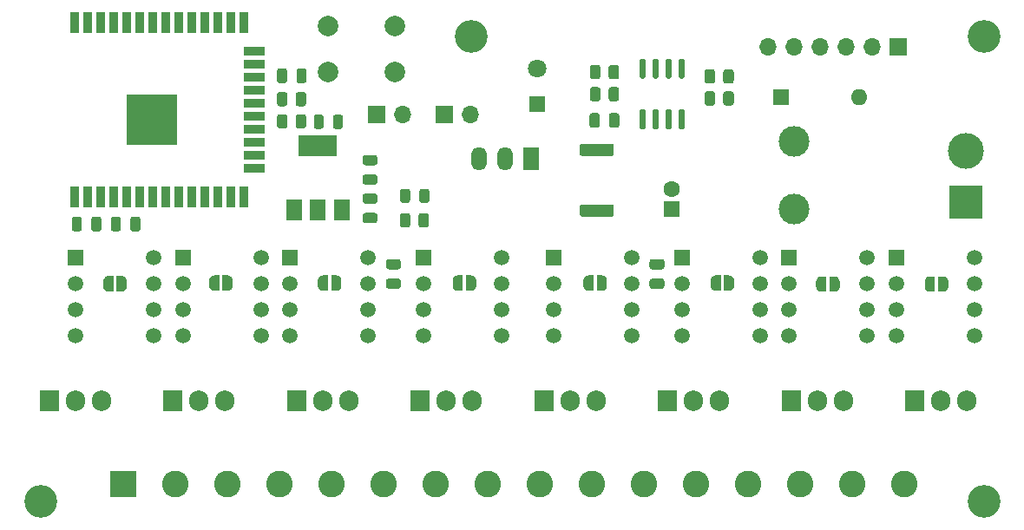
<source format=gts>
G04 #@! TF.GenerationSoftware,KiCad,Pcbnew,(5.1.10)-1*
G04 #@! TF.CreationDate,2021-12-04T14:44:31-06:00*
G04 #@! TF.ProjectId,ESP32LedDriverV2,45535033-324c-4656-9444-726976657256,rev?*
G04 #@! TF.SameCoordinates,Original*
G04 #@! TF.FileFunction,Soldermask,Top*
G04 #@! TF.FilePolarity,Negative*
%FSLAX46Y46*%
G04 Gerber Fmt 4.6, Leading zero omitted, Abs format (unit mm)*
G04 Created by KiCad (PCBNEW (5.1.10)-1) date 2021-12-04 14:44:31*
%MOMM*%
%LPD*%
G01*
G04 APERTURE LIST*
%ADD10C,0.100000*%
%ADD11R,0.900000X2.000000*%
%ADD12R,2.000000X0.900000*%
%ADD13R,5.000000X5.000000*%
%ADD14O,1.700000X1.700000*%
%ADD15R,1.700000X1.700000*%
%ADD16C,3.200000*%
%ADD17O,1.600000X1.600000*%
%ADD18R,1.600000X1.600000*%
%ADD19C,1.498600*%
%ADD20R,1.498600X1.498600*%
%ADD21C,1.800000*%
%ADD22R,1.500000X2.000000*%
%ADD23R,3.800000X2.000000*%
%ADD24O,1.500000X2.300000*%
%ADD25R,1.500000X2.300000*%
%ADD26C,2.000000*%
%ADD27O,1.905000X2.000000*%
%ADD28R,1.905000X2.000000*%
%ADD29C,3.000000*%
%ADD30C,2.600000*%
%ADD31R,2.600000X2.600000*%
%ADD32C,3.500000*%
%ADD33R,3.200000X3.200000*%
%ADD34C,1.600000*%
G04 APERTURE END LIST*
D10*
G04 #@! TO.C,JP10*
G36*
X136036200Y-90080602D02*
G01*
X136060734Y-90080602D01*
X136109565Y-90085412D01*
X136157690Y-90094984D01*
X136204645Y-90109228D01*
X136249978Y-90128005D01*
X136293251Y-90151136D01*
X136334050Y-90178396D01*
X136371979Y-90209524D01*
X136406676Y-90244221D01*
X136437804Y-90282150D01*
X136465064Y-90322949D01*
X136488195Y-90366222D01*
X136506972Y-90411555D01*
X136521216Y-90458510D01*
X136530788Y-90506635D01*
X136535598Y-90555466D01*
X136535598Y-90580000D01*
X136536200Y-90580000D01*
X136536200Y-91080000D01*
X136535598Y-91080000D01*
X136535598Y-91104534D01*
X136530788Y-91153365D01*
X136521216Y-91201490D01*
X136506972Y-91248445D01*
X136488195Y-91293778D01*
X136465064Y-91337051D01*
X136437804Y-91377850D01*
X136406676Y-91415779D01*
X136371979Y-91450476D01*
X136334050Y-91481604D01*
X136293251Y-91508864D01*
X136249978Y-91531995D01*
X136204645Y-91550772D01*
X136157690Y-91565016D01*
X136109565Y-91574588D01*
X136060734Y-91579398D01*
X136036200Y-91579398D01*
X136036200Y-91580000D01*
X135536200Y-91580000D01*
X135536200Y-90080000D01*
X136036200Y-90080000D01*
X136036200Y-90080602D01*
G37*
G36*
X135236200Y-91580000D02*
G01*
X134736200Y-91580000D01*
X134736200Y-91579398D01*
X134711666Y-91579398D01*
X134662835Y-91574588D01*
X134614710Y-91565016D01*
X134567755Y-91550772D01*
X134522422Y-91531995D01*
X134479149Y-91508864D01*
X134438350Y-91481604D01*
X134400421Y-91450476D01*
X134365724Y-91415779D01*
X134334596Y-91377850D01*
X134307336Y-91337051D01*
X134284205Y-91293778D01*
X134265428Y-91248445D01*
X134251184Y-91201490D01*
X134241612Y-91153365D01*
X134236802Y-91104534D01*
X134236802Y-91080000D01*
X134236200Y-91080000D01*
X134236200Y-90580000D01*
X134236802Y-90580000D01*
X134236802Y-90555466D01*
X134241612Y-90506635D01*
X134251184Y-90458510D01*
X134265428Y-90411555D01*
X134284205Y-90366222D01*
X134307336Y-90322949D01*
X134334596Y-90282150D01*
X134365724Y-90244221D01*
X134400421Y-90209524D01*
X134438350Y-90178396D01*
X134479149Y-90151136D01*
X134522422Y-90128005D01*
X134567755Y-90109228D01*
X134614710Y-90094984D01*
X134662835Y-90085412D01*
X134711666Y-90080602D01*
X134736200Y-90080602D01*
X134736200Y-90080000D01*
X135236200Y-90080000D01*
X135236200Y-91580000D01*
G37*
G04 #@! TD*
D11*
G04 #@! TO.C,U4*
X51318160Y-65294620D03*
X52588160Y-65294620D03*
X53858160Y-65294620D03*
X55128160Y-65294620D03*
X56398160Y-65294620D03*
X57668160Y-65294620D03*
X58938160Y-65294620D03*
X60208160Y-65294620D03*
X61478160Y-65294620D03*
X62748160Y-65294620D03*
X64018160Y-65294620D03*
X65288160Y-65294620D03*
X66558160Y-65294620D03*
X67828160Y-65294620D03*
D12*
X68828160Y-68079620D03*
X68828160Y-69349620D03*
X68828160Y-70619620D03*
X68828160Y-71889620D03*
X68828160Y-73159620D03*
X68828160Y-74429620D03*
X68828160Y-75699620D03*
X68828160Y-76969620D03*
X68828160Y-78239620D03*
X68828160Y-79509620D03*
D11*
X67828160Y-82294620D03*
X66558160Y-82294620D03*
X65288160Y-82294620D03*
X64018160Y-82294620D03*
X62748160Y-82294620D03*
X61478160Y-82294620D03*
X60208160Y-82294620D03*
X58938160Y-82294620D03*
X57668160Y-82294620D03*
X56398160Y-82294620D03*
X55128160Y-82294620D03*
X53858160Y-82294620D03*
X52588160Y-82294620D03*
X51318160Y-82294620D03*
D13*
X58818160Y-74794620D03*
G04 #@! TD*
D10*
G04 #@! TO.C,JP9*
G36*
X125446200Y-90080602D02*
G01*
X125470734Y-90080602D01*
X125519565Y-90085412D01*
X125567690Y-90094984D01*
X125614645Y-90109228D01*
X125659978Y-90128005D01*
X125703251Y-90151136D01*
X125744050Y-90178396D01*
X125781979Y-90209524D01*
X125816676Y-90244221D01*
X125847804Y-90282150D01*
X125875064Y-90322949D01*
X125898195Y-90366222D01*
X125916972Y-90411555D01*
X125931216Y-90458510D01*
X125940788Y-90506635D01*
X125945598Y-90555466D01*
X125945598Y-90580000D01*
X125946200Y-90580000D01*
X125946200Y-91080000D01*
X125945598Y-91080000D01*
X125945598Y-91104534D01*
X125940788Y-91153365D01*
X125931216Y-91201490D01*
X125916972Y-91248445D01*
X125898195Y-91293778D01*
X125875064Y-91337051D01*
X125847804Y-91377850D01*
X125816676Y-91415779D01*
X125781979Y-91450476D01*
X125744050Y-91481604D01*
X125703251Y-91508864D01*
X125659978Y-91531995D01*
X125614645Y-91550772D01*
X125567690Y-91565016D01*
X125519565Y-91574588D01*
X125470734Y-91579398D01*
X125446200Y-91579398D01*
X125446200Y-91580000D01*
X124946200Y-91580000D01*
X124946200Y-90080000D01*
X125446200Y-90080000D01*
X125446200Y-90080602D01*
G37*
G36*
X124646200Y-91580000D02*
G01*
X124146200Y-91580000D01*
X124146200Y-91579398D01*
X124121666Y-91579398D01*
X124072835Y-91574588D01*
X124024710Y-91565016D01*
X123977755Y-91550772D01*
X123932422Y-91531995D01*
X123889149Y-91508864D01*
X123848350Y-91481604D01*
X123810421Y-91450476D01*
X123775724Y-91415779D01*
X123744596Y-91377850D01*
X123717336Y-91337051D01*
X123694205Y-91293778D01*
X123675428Y-91248445D01*
X123661184Y-91201490D01*
X123651612Y-91153365D01*
X123646802Y-91104534D01*
X123646802Y-91080000D01*
X123646200Y-91080000D01*
X123646200Y-90580000D01*
X123646802Y-90580000D01*
X123646802Y-90555466D01*
X123651612Y-90506635D01*
X123661184Y-90458510D01*
X123675428Y-90411555D01*
X123694205Y-90366222D01*
X123717336Y-90322949D01*
X123744596Y-90282150D01*
X123775724Y-90244221D01*
X123810421Y-90209524D01*
X123848350Y-90178396D01*
X123889149Y-90151136D01*
X123932422Y-90128005D01*
X123977755Y-90109228D01*
X124024710Y-90094984D01*
X124072835Y-90085412D01*
X124121666Y-90080602D01*
X124146200Y-90080602D01*
X124146200Y-90080000D01*
X124646200Y-90080000D01*
X124646200Y-91580000D01*
G37*
G04 #@! TD*
G04 #@! TO.C,JP8*
G36*
X115140700Y-89980602D02*
G01*
X115165234Y-89980602D01*
X115214065Y-89985412D01*
X115262190Y-89994984D01*
X115309145Y-90009228D01*
X115354478Y-90028005D01*
X115397751Y-90051136D01*
X115438550Y-90078396D01*
X115476479Y-90109524D01*
X115511176Y-90144221D01*
X115542304Y-90182150D01*
X115569564Y-90222949D01*
X115592695Y-90266222D01*
X115611472Y-90311555D01*
X115625716Y-90358510D01*
X115635288Y-90406635D01*
X115640098Y-90455466D01*
X115640098Y-90480000D01*
X115640700Y-90480000D01*
X115640700Y-90980000D01*
X115640098Y-90980000D01*
X115640098Y-91004534D01*
X115635288Y-91053365D01*
X115625716Y-91101490D01*
X115611472Y-91148445D01*
X115592695Y-91193778D01*
X115569564Y-91237051D01*
X115542304Y-91277850D01*
X115511176Y-91315779D01*
X115476479Y-91350476D01*
X115438550Y-91381604D01*
X115397751Y-91408864D01*
X115354478Y-91431995D01*
X115309145Y-91450772D01*
X115262190Y-91465016D01*
X115214065Y-91474588D01*
X115165234Y-91479398D01*
X115140700Y-91479398D01*
X115140700Y-91480000D01*
X114640700Y-91480000D01*
X114640700Y-89980000D01*
X115140700Y-89980000D01*
X115140700Y-89980602D01*
G37*
G36*
X114340700Y-91480000D02*
G01*
X113840700Y-91480000D01*
X113840700Y-91479398D01*
X113816166Y-91479398D01*
X113767335Y-91474588D01*
X113719210Y-91465016D01*
X113672255Y-91450772D01*
X113626922Y-91431995D01*
X113583649Y-91408864D01*
X113542850Y-91381604D01*
X113504921Y-91350476D01*
X113470224Y-91315779D01*
X113439096Y-91277850D01*
X113411836Y-91237051D01*
X113388705Y-91193778D01*
X113369928Y-91148445D01*
X113355684Y-91101490D01*
X113346112Y-91053365D01*
X113341302Y-91004534D01*
X113341302Y-90980000D01*
X113340700Y-90980000D01*
X113340700Y-90480000D01*
X113341302Y-90480000D01*
X113341302Y-90455466D01*
X113346112Y-90406635D01*
X113355684Y-90358510D01*
X113369928Y-90311555D01*
X113388705Y-90266222D01*
X113411836Y-90222949D01*
X113439096Y-90182150D01*
X113470224Y-90144221D01*
X113504921Y-90109524D01*
X113542850Y-90078396D01*
X113583649Y-90051136D01*
X113626922Y-90028005D01*
X113672255Y-90009228D01*
X113719210Y-89994984D01*
X113767335Y-89985412D01*
X113816166Y-89980602D01*
X113840700Y-89980602D01*
X113840700Y-89980000D01*
X114340700Y-89980000D01*
X114340700Y-91480000D01*
G37*
G04 #@! TD*
G04 #@! TO.C,JP7*
G36*
X102743200Y-89980602D02*
G01*
X102767734Y-89980602D01*
X102816565Y-89985412D01*
X102864690Y-89994984D01*
X102911645Y-90009228D01*
X102956978Y-90028005D01*
X103000251Y-90051136D01*
X103041050Y-90078396D01*
X103078979Y-90109524D01*
X103113676Y-90144221D01*
X103144804Y-90182150D01*
X103172064Y-90222949D01*
X103195195Y-90266222D01*
X103213972Y-90311555D01*
X103228216Y-90358510D01*
X103237788Y-90406635D01*
X103242598Y-90455466D01*
X103242598Y-90480000D01*
X103243200Y-90480000D01*
X103243200Y-90980000D01*
X103242598Y-90980000D01*
X103242598Y-91004534D01*
X103237788Y-91053365D01*
X103228216Y-91101490D01*
X103213972Y-91148445D01*
X103195195Y-91193778D01*
X103172064Y-91237051D01*
X103144804Y-91277850D01*
X103113676Y-91315779D01*
X103078979Y-91350476D01*
X103041050Y-91381604D01*
X103000251Y-91408864D01*
X102956978Y-91431995D01*
X102911645Y-91450772D01*
X102864690Y-91465016D01*
X102816565Y-91474588D01*
X102767734Y-91479398D01*
X102743200Y-91479398D01*
X102743200Y-91480000D01*
X102243200Y-91480000D01*
X102243200Y-89980000D01*
X102743200Y-89980000D01*
X102743200Y-89980602D01*
G37*
G36*
X101943200Y-91480000D02*
G01*
X101443200Y-91480000D01*
X101443200Y-91479398D01*
X101418666Y-91479398D01*
X101369835Y-91474588D01*
X101321710Y-91465016D01*
X101274755Y-91450772D01*
X101229422Y-91431995D01*
X101186149Y-91408864D01*
X101145350Y-91381604D01*
X101107421Y-91350476D01*
X101072724Y-91315779D01*
X101041596Y-91277850D01*
X101014336Y-91237051D01*
X100991205Y-91193778D01*
X100972428Y-91148445D01*
X100958184Y-91101490D01*
X100948612Y-91053365D01*
X100943802Y-91004534D01*
X100943802Y-90980000D01*
X100943200Y-90980000D01*
X100943200Y-90480000D01*
X100943802Y-90480000D01*
X100943802Y-90455466D01*
X100948612Y-90406635D01*
X100958184Y-90358510D01*
X100972428Y-90311555D01*
X100991205Y-90266222D01*
X101014336Y-90222949D01*
X101041596Y-90182150D01*
X101072724Y-90144221D01*
X101107421Y-90109524D01*
X101145350Y-90078396D01*
X101186149Y-90051136D01*
X101229422Y-90028005D01*
X101274755Y-90009228D01*
X101321710Y-89994984D01*
X101369835Y-89985412D01*
X101418666Y-89980602D01*
X101443200Y-89980602D01*
X101443200Y-89980000D01*
X101943200Y-89980000D01*
X101943200Y-91480000D01*
G37*
G04 #@! TD*
G04 #@! TO.C,JP6*
G36*
X89979700Y-89980602D02*
G01*
X90004234Y-89980602D01*
X90053065Y-89985412D01*
X90101190Y-89994984D01*
X90148145Y-90009228D01*
X90193478Y-90028005D01*
X90236751Y-90051136D01*
X90277550Y-90078396D01*
X90315479Y-90109524D01*
X90350176Y-90144221D01*
X90381304Y-90182150D01*
X90408564Y-90222949D01*
X90431695Y-90266222D01*
X90450472Y-90311555D01*
X90464716Y-90358510D01*
X90474288Y-90406635D01*
X90479098Y-90455466D01*
X90479098Y-90480000D01*
X90479700Y-90480000D01*
X90479700Y-90980000D01*
X90479098Y-90980000D01*
X90479098Y-91004534D01*
X90474288Y-91053365D01*
X90464716Y-91101490D01*
X90450472Y-91148445D01*
X90431695Y-91193778D01*
X90408564Y-91237051D01*
X90381304Y-91277850D01*
X90350176Y-91315779D01*
X90315479Y-91350476D01*
X90277550Y-91381604D01*
X90236751Y-91408864D01*
X90193478Y-91431995D01*
X90148145Y-91450772D01*
X90101190Y-91465016D01*
X90053065Y-91474588D01*
X90004234Y-91479398D01*
X89979700Y-91479398D01*
X89979700Y-91480000D01*
X89479700Y-91480000D01*
X89479700Y-89980000D01*
X89979700Y-89980000D01*
X89979700Y-89980602D01*
G37*
G36*
X89179700Y-91480000D02*
G01*
X88679700Y-91480000D01*
X88679700Y-91479398D01*
X88655166Y-91479398D01*
X88606335Y-91474588D01*
X88558210Y-91465016D01*
X88511255Y-91450772D01*
X88465922Y-91431995D01*
X88422649Y-91408864D01*
X88381850Y-91381604D01*
X88343921Y-91350476D01*
X88309224Y-91315779D01*
X88278096Y-91277850D01*
X88250836Y-91237051D01*
X88227705Y-91193778D01*
X88208928Y-91148445D01*
X88194684Y-91101490D01*
X88185112Y-91053365D01*
X88180302Y-91004534D01*
X88180302Y-90980000D01*
X88179700Y-90980000D01*
X88179700Y-90480000D01*
X88180302Y-90480000D01*
X88180302Y-90455466D01*
X88185112Y-90406635D01*
X88194684Y-90358510D01*
X88208928Y-90311555D01*
X88227705Y-90266222D01*
X88250836Y-90222949D01*
X88278096Y-90182150D01*
X88309224Y-90144221D01*
X88343921Y-90109524D01*
X88381850Y-90078396D01*
X88422649Y-90051136D01*
X88465922Y-90028005D01*
X88511255Y-90009228D01*
X88558210Y-89994984D01*
X88606335Y-89985412D01*
X88655166Y-89980602D01*
X88679700Y-89980602D01*
X88679700Y-89980000D01*
X89179700Y-89980000D01*
X89179700Y-91480000D01*
G37*
G04 #@! TD*
G04 #@! TO.C,JP5*
G36*
X76835200Y-89980602D02*
G01*
X76859734Y-89980602D01*
X76908565Y-89985412D01*
X76956690Y-89994984D01*
X77003645Y-90009228D01*
X77048978Y-90028005D01*
X77092251Y-90051136D01*
X77133050Y-90078396D01*
X77170979Y-90109524D01*
X77205676Y-90144221D01*
X77236804Y-90182150D01*
X77264064Y-90222949D01*
X77287195Y-90266222D01*
X77305972Y-90311555D01*
X77320216Y-90358510D01*
X77329788Y-90406635D01*
X77334598Y-90455466D01*
X77334598Y-90480000D01*
X77335200Y-90480000D01*
X77335200Y-90980000D01*
X77334598Y-90980000D01*
X77334598Y-91004534D01*
X77329788Y-91053365D01*
X77320216Y-91101490D01*
X77305972Y-91148445D01*
X77287195Y-91193778D01*
X77264064Y-91237051D01*
X77236804Y-91277850D01*
X77205676Y-91315779D01*
X77170979Y-91350476D01*
X77133050Y-91381604D01*
X77092251Y-91408864D01*
X77048978Y-91431995D01*
X77003645Y-91450772D01*
X76956690Y-91465016D01*
X76908565Y-91474588D01*
X76859734Y-91479398D01*
X76835200Y-91479398D01*
X76835200Y-91480000D01*
X76335200Y-91480000D01*
X76335200Y-89980000D01*
X76835200Y-89980000D01*
X76835200Y-89980602D01*
G37*
G36*
X76035200Y-91480000D02*
G01*
X75535200Y-91480000D01*
X75535200Y-91479398D01*
X75510666Y-91479398D01*
X75461835Y-91474588D01*
X75413710Y-91465016D01*
X75366755Y-91450772D01*
X75321422Y-91431995D01*
X75278149Y-91408864D01*
X75237350Y-91381604D01*
X75199421Y-91350476D01*
X75164724Y-91315779D01*
X75133596Y-91277850D01*
X75106336Y-91237051D01*
X75083205Y-91193778D01*
X75064428Y-91148445D01*
X75050184Y-91101490D01*
X75040612Y-91053365D01*
X75035802Y-91004534D01*
X75035802Y-90980000D01*
X75035200Y-90980000D01*
X75035200Y-90480000D01*
X75035802Y-90480000D01*
X75035802Y-90455466D01*
X75040612Y-90406635D01*
X75050184Y-90358510D01*
X75064428Y-90311555D01*
X75083205Y-90266222D01*
X75106336Y-90222949D01*
X75133596Y-90182150D01*
X75164724Y-90144221D01*
X75199421Y-90109524D01*
X75237350Y-90078396D01*
X75278149Y-90051136D01*
X75321422Y-90028005D01*
X75366755Y-90009228D01*
X75413710Y-89994984D01*
X75461835Y-89985412D01*
X75510666Y-89980602D01*
X75535200Y-89980602D01*
X75535200Y-89980000D01*
X76035200Y-89980000D01*
X76035200Y-91480000D01*
G37*
G04 #@! TD*
G04 #@! TO.C,JP4*
G36*
X66230700Y-89980602D02*
G01*
X66255234Y-89980602D01*
X66304065Y-89985412D01*
X66352190Y-89994984D01*
X66399145Y-90009228D01*
X66444478Y-90028005D01*
X66487751Y-90051136D01*
X66528550Y-90078396D01*
X66566479Y-90109524D01*
X66601176Y-90144221D01*
X66632304Y-90182150D01*
X66659564Y-90222949D01*
X66682695Y-90266222D01*
X66701472Y-90311555D01*
X66715716Y-90358510D01*
X66725288Y-90406635D01*
X66730098Y-90455466D01*
X66730098Y-90480000D01*
X66730700Y-90480000D01*
X66730700Y-90980000D01*
X66730098Y-90980000D01*
X66730098Y-91004534D01*
X66725288Y-91053365D01*
X66715716Y-91101490D01*
X66701472Y-91148445D01*
X66682695Y-91193778D01*
X66659564Y-91237051D01*
X66632304Y-91277850D01*
X66601176Y-91315779D01*
X66566479Y-91350476D01*
X66528550Y-91381604D01*
X66487751Y-91408864D01*
X66444478Y-91431995D01*
X66399145Y-91450772D01*
X66352190Y-91465016D01*
X66304065Y-91474588D01*
X66255234Y-91479398D01*
X66230700Y-91479398D01*
X66230700Y-91480000D01*
X65730700Y-91480000D01*
X65730700Y-89980000D01*
X66230700Y-89980000D01*
X66230700Y-89980602D01*
G37*
G36*
X65430700Y-91480000D02*
G01*
X64930700Y-91480000D01*
X64930700Y-91479398D01*
X64906166Y-91479398D01*
X64857335Y-91474588D01*
X64809210Y-91465016D01*
X64762255Y-91450772D01*
X64716922Y-91431995D01*
X64673649Y-91408864D01*
X64632850Y-91381604D01*
X64594921Y-91350476D01*
X64560224Y-91315779D01*
X64529096Y-91277850D01*
X64501836Y-91237051D01*
X64478705Y-91193778D01*
X64459928Y-91148445D01*
X64445684Y-91101490D01*
X64436112Y-91053365D01*
X64431302Y-91004534D01*
X64431302Y-90980000D01*
X64430700Y-90980000D01*
X64430700Y-90480000D01*
X64431302Y-90480000D01*
X64431302Y-90455466D01*
X64436112Y-90406635D01*
X64445684Y-90358510D01*
X64459928Y-90311555D01*
X64478705Y-90266222D01*
X64501836Y-90222949D01*
X64529096Y-90182150D01*
X64560224Y-90144221D01*
X64594921Y-90109524D01*
X64632850Y-90078396D01*
X64673649Y-90051136D01*
X64716922Y-90028005D01*
X64762255Y-90009228D01*
X64809210Y-89994984D01*
X64857335Y-89985412D01*
X64906166Y-89980602D01*
X64930700Y-89980602D01*
X64930700Y-89980000D01*
X65430700Y-89980000D01*
X65430700Y-91480000D01*
G37*
G04 #@! TD*
G04 #@! TO.C,JP3*
G36*
X55895200Y-90044102D02*
G01*
X55919734Y-90044102D01*
X55968565Y-90048912D01*
X56016690Y-90058484D01*
X56063645Y-90072728D01*
X56108978Y-90091505D01*
X56152251Y-90114636D01*
X56193050Y-90141896D01*
X56230979Y-90173024D01*
X56265676Y-90207721D01*
X56296804Y-90245650D01*
X56324064Y-90286449D01*
X56347195Y-90329722D01*
X56365972Y-90375055D01*
X56380216Y-90422010D01*
X56389788Y-90470135D01*
X56394598Y-90518966D01*
X56394598Y-90543500D01*
X56395200Y-90543500D01*
X56395200Y-91043500D01*
X56394598Y-91043500D01*
X56394598Y-91068034D01*
X56389788Y-91116865D01*
X56380216Y-91164990D01*
X56365972Y-91211945D01*
X56347195Y-91257278D01*
X56324064Y-91300551D01*
X56296804Y-91341350D01*
X56265676Y-91379279D01*
X56230979Y-91413976D01*
X56193050Y-91445104D01*
X56152251Y-91472364D01*
X56108978Y-91495495D01*
X56063645Y-91514272D01*
X56016690Y-91528516D01*
X55968565Y-91538088D01*
X55919734Y-91542898D01*
X55895200Y-91542898D01*
X55895200Y-91543500D01*
X55395200Y-91543500D01*
X55395200Y-90043500D01*
X55895200Y-90043500D01*
X55895200Y-90044102D01*
G37*
G36*
X55095200Y-91543500D02*
G01*
X54595200Y-91543500D01*
X54595200Y-91542898D01*
X54570666Y-91542898D01*
X54521835Y-91538088D01*
X54473710Y-91528516D01*
X54426755Y-91514272D01*
X54381422Y-91495495D01*
X54338149Y-91472364D01*
X54297350Y-91445104D01*
X54259421Y-91413976D01*
X54224724Y-91379279D01*
X54193596Y-91341350D01*
X54166336Y-91300551D01*
X54143205Y-91257278D01*
X54124428Y-91211945D01*
X54110184Y-91164990D01*
X54100612Y-91116865D01*
X54095802Y-91068034D01*
X54095802Y-91043500D01*
X54095200Y-91043500D01*
X54095200Y-90543500D01*
X54095802Y-90543500D01*
X54095802Y-90518966D01*
X54100612Y-90470135D01*
X54110184Y-90422010D01*
X54124428Y-90375055D01*
X54143205Y-90329722D01*
X54166336Y-90286449D01*
X54193596Y-90245650D01*
X54224724Y-90207721D01*
X54259421Y-90173024D01*
X54297350Y-90141896D01*
X54338149Y-90114636D01*
X54381422Y-90091505D01*
X54426755Y-90072728D01*
X54473710Y-90058484D01*
X54521835Y-90048912D01*
X54570666Y-90044102D01*
X54595200Y-90044102D01*
X54595200Y-90043500D01*
X55095200Y-90043500D01*
X55095200Y-91543500D01*
G37*
G04 #@! TD*
D14*
G04 #@! TO.C,JP2*
X89875800Y-74245400D03*
D15*
X87335800Y-74245400D03*
G04 #@! TD*
G04 #@! TO.C,C10*
G36*
G01*
X107638000Y-90291000D02*
X108588000Y-90291000D01*
G75*
G02*
X108838000Y-90541000I0J-250000D01*
G01*
X108838000Y-91041000D01*
G75*
G02*
X108588000Y-91291000I-250000J0D01*
G01*
X107638000Y-91291000D01*
G75*
G02*
X107388000Y-91041000I0J250000D01*
G01*
X107388000Y-90541000D01*
G75*
G02*
X107638000Y-90291000I250000J0D01*
G01*
G37*
G36*
G01*
X107638000Y-88391000D02*
X108588000Y-88391000D01*
G75*
G02*
X108838000Y-88641000I0J-250000D01*
G01*
X108838000Y-89141000D01*
G75*
G02*
X108588000Y-89391000I-250000J0D01*
G01*
X107638000Y-89391000D01*
G75*
G02*
X107388000Y-89141000I0J250000D01*
G01*
X107388000Y-88641000D01*
G75*
G02*
X107638000Y-88391000I250000J0D01*
G01*
G37*
G04 #@! TD*
D14*
G04 #@! TO.C,JP1*
X83297200Y-74245400D03*
D15*
X80757200Y-74245400D03*
G04 #@! TD*
G04 #@! TO.C,R3*
G36*
G01*
X100820059Y-83047000D02*
X103670261Y-83047000D01*
G75*
G02*
X103920160Y-83296899I0J-249899D01*
G01*
X103920160Y-84022101D01*
G75*
G02*
X103670261Y-84272000I-249899J0D01*
G01*
X100820059Y-84272000D01*
G75*
G02*
X100570160Y-84022101I0J249899D01*
G01*
X100570160Y-83296899D01*
G75*
G02*
X100820059Y-83047000I249899J0D01*
G01*
G37*
G36*
G01*
X100820059Y-77122000D02*
X103670261Y-77122000D01*
G75*
G02*
X103920160Y-77371899I0J-249899D01*
G01*
X103920160Y-78097101D01*
G75*
G02*
X103670261Y-78347000I-249899J0D01*
G01*
X100820059Y-78347000D01*
G75*
G02*
X100570160Y-78097101I0J249899D01*
G01*
X100570160Y-77371899D01*
G75*
G02*
X100820059Y-77122000I249899J0D01*
G01*
G37*
G04 #@! TD*
G04 #@! TO.C,U1*
G36*
G01*
X110375560Y-73770620D02*
X110675560Y-73770620D01*
G75*
G02*
X110825560Y-73920620I0J-150000D01*
G01*
X110825560Y-75570620D01*
G75*
G02*
X110675560Y-75720620I-150000J0D01*
G01*
X110375560Y-75720620D01*
G75*
G02*
X110225560Y-75570620I0J150000D01*
G01*
X110225560Y-73920620D01*
G75*
G02*
X110375560Y-73770620I150000J0D01*
G01*
G37*
G36*
G01*
X109105560Y-73770620D02*
X109405560Y-73770620D01*
G75*
G02*
X109555560Y-73920620I0J-150000D01*
G01*
X109555560Y-75570620D01*
G75*
G02*
X109405560Y-75720620I-150000J0D01*
G01*
X109105560Y-75720620D01*
G75*
G02*
X108955560Y-75570620I0J150000D01*
G01*
X108955560Y-73920620D01*
G75*
G02*
X109105560Y-73770620I150000J0D01*
G01*
G37*
G36*
G01*
X107835560Y-73770620D02*
X108135560Y-73770620D01*
G75*
G02*
X108285560Y-73920620I0J-150000D01*
G01*
X108285560Y-75570620D01*
G75*
G02*
X108135560Y-75720620I-150000J0D01*
G01*
X107835560Y-75720620D01*
G75*
G02*
X107685560Y-75570620I0J150000D01*
G01*
X107685560Y-73920620D01*
G75*
G02*
X107835560Y-73770620I150000J0D01*
G01*
G37*
G36*
G01*
X106565560Y-73770620D02*
X106865560Y-73770620D01*
G75*
G02*
X107015560Y-73920620I0J-150000D01*
G01*
X107015560Y-75570620D01*
G75*
G02*
X106865560Y-75720620I-150000J0D01*
G01*
X106565560Y-75720620D01*
G75*
G02*
X106415560Y-75570620I0J150000D01*
G01*
X106415560Y-73920620D01*
G75*
G02*
X106565560Y-73770620I150000J0D01*
G01*
G37*
G36*
G01*
X106565560Y-68820620D02*
X106865560Y-68820620D01*
G75*
G02*
X107015560Y-68970620I0J-150000D01*
G01*
X107015560Y-70620620D01*
G75*
G02*
X106865560Y-70770620I-150000J0D01*
G01*
X106565560Y-70770620D01*
G75*
G02*
X106415560Y-70620620I0J150000D01*
G01*
X106415560Y-68970620D01*
G75*
G02*
X106565560Y-68820620I150000J0D01*
G01*
G37*
G36*
G01*
X107835560Y-68820620D02*
X108135560Y-68820620D01*
G75*
G02*
X108285560Y-68970620I0J-150000D01*
G01*
X108285560Y-70620620D01*
G75*
G02*
X108135560Y-70770620I-150000J0D01*
G01*
X107835560Y-70770620D01*
G75*
G02*
X107685560Y-70620620I0J150000D01*
G01*
X107685560Y-68970620D01*
G75*
G02*
X107835560Y-68820620I150000J0D01*
G01*
G37*
G36*
G01*
X109105560Y-68820620D02*
X109405560Y-68820620D01*
G75*
G02*
X109555560Y-68970620I0J-150000D01*
G01*
X109555560Y-70620620D01*
G75*
G02*
X109405560Y-70770620I-150000J0D01*
G01*
X109105560Y-70770620D01*
G75*
G02*
X108955560Y-70620620I0J150000D01*
G01*
X108955560Y-68970620D01*
G75*
G02*
X109105560Y-68820620I150000J0D01*
G01*
G37*
G36*
G01*
X110375560Y-68820620D02*
X110675560Y-68820620D01*
G75*
G02*
X110825560Y-68970620I0J-150000D01*
G01*
X110825560Y-70620620D01*
G75*
G02*
X110675560Y-70770620I-150000J0D01*
G01*
X110375560Y-70770620D01*
G75*
G02*
X110225560Y-70620620I0J150000D01*
G01*
X110225560Y-68970620D01*
G75*
G02*
X110375560Y-68820620I150000J0D01*
G01*
G37*
G04 #@! TD*
D16*
G04 #@! TO.C,H1*
X48000000Y-112000000D03*
G04 #@! TD*
D14*
G04 #@! TO.C,J3*
X118984200Y-67692200D03*
X121524200Y-67692200D03*
X124064200Y-67692200D03*
X126604200Y-67692200D03*
X129144200Y-67692200D03*
D15*
X131684200Y-67692200D03*
G04 #@! TD*
D17*
G04 #@! TO.C,D2*
X127874200Y-72569000D03*
D18*
X120254200Y-72569000D03*
G04 #@! TD*
G04 #@! TO.C,R10*
G36*
G01*
X72866200Y-75387002D02*
X72866200Y-74486998D01*
G75*
G02*
X73116198Y-74237000I249998J0D01*
G01*
X73641202Y-74237000D01*
G75*
G02*
X73891200Y-74486998I0J-249998D01*
G01*
X73891200Y-75387002D01*
G75*
G02*
X73641202Y-75637000I-249998J0D01*
G01*
X73116198Y-75637000D01*
G75*
G02*
X72866200Y-75387002I0J249998D01*
G01*
G37*
G36*
G01*
X71041200Y-75387002D02*
X71041200Y-74486998D01*
G75*
G02*
X71291198Y-74237000I249998J0D01*
G01*
X71816202Y-74237000D01*
G75*
G02*
X72066200Y-74486998I0J-249998D01*
G01*
X72066200Y-75387002D01*
G75*
G02*
X71816202Y-75637000I-249998J0D01*
G01*
X71291198Y-75637000D01*
G75*
G02*
X71041200Y-75387002I0J249998D01*
G01*
G37*
G04 #@! TD*
G04 #@! TO.C,R9*
G36*
G01*
X72066200Y-72328618D02*
X72066200Y-73228622D01*
G75*
G02*
X71816202Y-73478620I-249998J0D01*
G01*
X71291198Y-73478620D01*
G75*
G02*
X71041200Y-73228622I0J249998D01*
G01*
X71041200Y-72328618D01*
G75*
G02*
X71291198Y-72078620I249998J0D01*
G01*
X71816202Y-72078620D01*
G75*
G02*
X72066200Y-72328618I0J-249998D01*
G01*
G37*
G36*
G01*
X73891200Y-72328618D02*
X73891200Y-73228622D01*
G75*
G02*
X73641202Y-73478620I-249998J0D01*
G01*
X73116198Y-73478620D01*
G75*
G02*
X72866200Y-73228622I0J249998D01*
G01*
X72866200Y-72328618D01*
G75*
G02*
X73116198Y-72078620I249998J0D01*
G01*
X73641202Y-72078620D01*
G75*
G02*
X73891200Y-72328618I0J-249998D01*
G01*
G37*
G04 #@! TD*
G04 #@! TO.C,R8*
G36*
G01*
X84040200Y-84158598D02*
X84040200Y-85058602D01*
G75*
G02*
X83790202Y-85308600I-249998J0D01*
G01*
X83265198Y-85308600D01*
G75*
G02*
X83015200Y-85058602I0J249998D01*
G01*
X83015200Y-84158598D01*
G75*
G02*
X83265198Y-83908600I249998J0D01*
G01*
X83790202Y-83908600D01*
G75*
G02*
X84040200Y-84158598I0J-249998D01*
G01*
G37*
G36*
G01*
X85865200Y-84158598D02*
X85865200Y-85058602D01*
G75*
G02*
X85615202Y-85308600I-249998J0D01*
G01*
X85090198Y-85308600D01*
G75*
G02*
X84840200Y-85058602I0J249998D01*
G01*
X84840200Y-84158598D01*
G75*
G02*
X85090198Y-83908600I249998J0D01*
G01*
X85615202Y-83908600D01*
G75*
G02*
X85865200Y-84158598I0J-249998D01*
G01*
G37*
G04 #@! TD*
G04 #@! TO.C,R7*
G36*
G01*
X113784040Y-72264978D02*
X113784040Y-73164982D01*
G75*
G02*
X113534042Y-73414980I-249998J0D01*
G01*
X113009038Y-73414980D01*
G75*
G02*
X112759040Y-73164982I0J249998D01*
G01*
X112759040Y-72264978D01*
G75*
G02*
X113009038Y-72014980I249998J0D01*
G01*
X113534042Y-72014980D01*
G75*
G02*
X113784040Y-72264978I0J-249998D01*
G01*
G37*
G36*
G01*
X115609040Y-72264978D02*
X115609040Y-73164982D01*
G75*
G02*
X115359042Y-73414980I-249998J0D01*
G01*
X114834038Y-73414980D01*
G75*
G02*
X114584040Y-73164982I0J249998D01*
G01*
X114584040Y-72264978D01*
G75*
G02*
X114834038Y-72014980I249998J0D01*
G01*
X115359042Y-72014980D01*
G75*
G02*
X115609040Y-72264978I0J-249998D01*
G01*
G37*
G04 #@! TD*
G04 #@! TO.C,R6*
G36*
G01*
X113784040Y-70105978D02*
X113784040Y-71005982D01*
G75*
G02*
X113534042Y-71255980I-249998J0D01*
G01*
X113009038Y-71255980D01*
G75*
G02*
X112759040Y-71005982I0J249998D01*
G01*
X112759040Y-70105978D01*
G75*
G02*
X113009038Y-69855980I249998J0D01*
G01*
X113534042Y-69855980D01*
G75*
G02*
X113784040Y-70105978I0J-249998D01*
G01*
G37*
G36*
G01*
X115609040Y-70105978D02*
X115609040Y-71005982D01*
G75*
G02*
X115359042Y-71255980I-249998J0D01*
G01*
X114834038Y-71255980D01*
G75*
G02*
X114584040Y-71005982I0J249998D01*
G01*
X114584040Y-70105978D01*
G75*
G02*
X114834038Y-69855980I249998J0D01*
G01*
X115359042Y-69855980D01*
G75*
G02*
X115609040Y-70105978I0J-249998D01*
G01*
G37*
G04 #@! TD*
G04 #@! TO.C,R5*
G36*
G01*
X103402200Y-72746022D02*
X103402200Y-71846018D01*
G75*
G02*
X103652198Y-71596020I249998J0D01*
G01*
X104177202Y-71596020D01*
G75*
G02*
X104427200Y-71846018I0J-249998D01*
G01*
X104427200Y-72746022D01*
G75*
G02*
X104177202Y-72996020I-249998J0D01*
G01*
X103652198Y-72996020D01*
G75*
G02*
X103402200Y-72746022I0J249998D01*
G01*
G37*
G36*
G01*
X101577200Y-72746022D02*
X101577200Y-71846018D01*
G75*
G02*
X101827198Y-71596020I249998J0D01*
G01*
X102352202Y-71596020D01*
G75*
G02*
X102602200Y-71846018I0J-249998D01*
G01*
X102602200Y-72746022D01*
G75*
G02*
X102352202Y-72996020I-249998J0D01*
G01*
X101827198Y-72996020D01*
G75*
G02*
X101577200Y-72746022I0J249998D01*
G01*
G37*
G04 #@! TD*
G04 #@! TO.C,R4*
G36*
G01*
X103402200Y-70587022D02*
X103402200Y-69687018D01*
G75*
G02*
X103652198Y-69437020I249998J0D01*
G01*
X104177202Y-69437020D01*
G75*
G02*
X104427200Y-69687018I0J-249998D01*
G01*
X104427200Y-70587022D01*
G75*
G02*
X104177202Y-70837020I-249998J0D01*
G01*
X103652198Y-70837020D01*
G75*
G02*
X103402200Y-70587022I0J249998D01*
G01*
G37*
G36*
G01*
X101577200Y-70587022D02*
X101577200Y-69687018D01*
G75*
G02*
X101827198Y-69437020I249998J0D01*
G01*
X102352202Y-69437020D01*
G75*
G02*
X102602200Y-69687018I0J-249998D01*
G01*
X102602200Y-70587022D01*
G75*
G02*
X102352202Y-70837020I-249998J0D01*
G01*
X101827198Y-70837020D01*
G75*
G02*
X101577200Y-70587022I0J249998D01*
G01*
G37*
G04 #@! TD*
D19*
G04 #@! TO.C,U8*
X92949200Y-88209120D03*
X92949200Y-90749120D03*
X92949200Y-93289120D03*
X92949200Y-95829120D03*
X85329200Y-95829120D03*
X85329200Y-93289120D03*
X85329200Y-90749120D03*
D20*
X85329200Y-88209120D03*
G04 #@! TD*
D21*
G04 #@! TO.C,C3*
X96403160Y-69786620D03*
D18*
X96403160Y-73286620D03*
G04 #@! TD*
D16*
G04 #@! TO.C,H4*
X140000000Y-66700000D03*
G04 #@! TD*
G04 #@! TO.C,H3*
X90000000Y-66700000D03*
G04 #@! TD*
G04 #@! TO.C,H2*
X140000000Y-112000000D03*
G04 #@! TD*
D19*
G04 #@! TO.C,U12*
X139086200Y-88209120D03*
X139086200Y-90749120D03*
X139086200Y-93289120D03*
X139086200Y-95829120D03*
X131466200Y-95829120D03*
X131466200Y-93289120D03*
X131466200Y-90749120D03*
D20*
X131466200Y-88209120D03*
G04 #@! TD*
D19*
G04 #@! TO.C,U11*
X128631600Y-88209120D03*
X128631600Y-90749120D03*
X128631600Y-93289120D03*
X128631600Y-95829120D03*
X121011600Y-95829120D03*
X121011600Y-93289120D03*
X121011600Y-90749120D03*
D20*
X121011600Y-88209120D03*
G04 #@! TD*
D19*
G04 #@! TO.C,U10*
X118222200Y-88209120D03*
X118222200Y-90749120D03*
X118222200Y-93289120D03*
X118222200Y-95829120D03*
X110602200Y-95829120D03*
X110602200Y-93289120D03*
X110602200Y-90749120D03*
D20*
X110602200Y-88209120D03*
G04 #@! TD*
D19*
G04 #@! TO.C,U9*
X105623800Y-88209120D03*
X105623800Y-90749120D03*
X105623800Y-93289120D03*
X105623800Y-95829120D03*
X98003800Y-95829120D03*
X98003800Y-93289120D03*
X98003800Y-90749120D03*
D20*
X98003800Y-88209120D03*
G04 #@! TD*
D19*
G04 #@! TO.C,U7*
X79956660Y-88209120D03*
X79956660Y-90749120D03*
X79956660Y-93289120D03*
X79956660Y-95829120D03*
X72336660Y-95829120D03*
X72336660Y-93289120D03*
X72336660Y-90749120D03*
D20*
X72336660Y-88209120D03*
G04 #@! TD*
D19*
G04 #@! TO.C,U6*
X69505000Y-88209120D03*
X69505000Y-90749120D03*
X69505000Y-93289120D03*
X69505000Y-95829120D03*
X61885000Y-95829120D03*
X61885000Y-93289120D03*
X61885000Y-90749120D03*
D20*
X61885000Y-88209120D03*
G04 #@! TD*
D19*
G04 #@! TO.C,U5*
X59001660Y-88209120D03*
X59001660Y-90749120D03*
X59001660Y-93289120D03*
X59001660Y-95829120D03*
X51381660Y-95829120D03*
X51381660Y-93289120D03*
X51381660Y-90749120D03*
D20*
X51381660Y-88209120D03*
G04 #@! TD*
D22*
G04 #@! TO.C,U3*
X72742200Y-83593000D03*
X77342200Y-83593000D03*
X75042200Y-83593000D03*
D23*
X75042200Y-77293000D03*
G04 #@! TD*
D24*
G04 #@! TO.C,U2*
X90751660Y-78620620D03*
X93291660Y-78620620D03*
D25*
X95831660Y-78620620D03*
G04 #@! TD*
D26*
G04 #@! TO.C,SW1*
X76035200Y-70156000D03*
X76035200Y-65656000D03*
X82535200Y-70156000D03*
X82535200Y-65656000D03*
G04 #@! TD*
D27*
G04 #@! TO.C,Q10*
X138376660Y-102179120D03*
X135836660Y-102179120D03*
D28*
X133296660Y-102179120D03*
G04 #@! TD*
D27*
G04 #@! TO.C,Q9*
X126311660Y-102179120D03*
X123771660Y-102179120D03*
D28*
X121231660Y-102179120D03*
G04 #@! TD*
D27*
G04 #@! TO.C,Q8*
X114246660Y-102179120D03*
X111706660Y-102179120D03*
D28*
X109166660Y-102179120D03*
G04 #@! TD*
D27*
G04 #@! TO.C,Q7*
X102181660Y-102179120D03*
X99641660Y-102179120D03*
D28*
X97101660Y-102179120D03*
G04 #@! TD*
D27*
G04 #@! TO.C,Q6*
X90116660Y-102179120D03*
X87576660Y-102179120D03*
D28*
X85036660Y-102179120D03*
G04 #@! TD*
D27*
G04 #@! TO.C,Q5*
X78051660Y-102179120D03*
X75511660Y-102179120D03*
D28*
X72971660Y-102179120D03*
G04 #@! TD*
D27*
G04 #@! TO.C,Q4*
X65986660Y-102179120D03*
X63446660Y-102179120D03*
D28*
X60906660Y-102179120D03*
G04 #@! TD*
D27*
G04 #@! TO.C,Q3*
X53921660Y-102179120D03*
X51381660Y-102179120D03*
D28*
X48841660Y-102179120D03*
G04 #@! TD*
D29*
G04 #@! TO.C,L1*
X121524200Y-83487000D03*
X121524200Y-76887000D03*
G04 #@! TD*
D30*
G04 #@! TO.C,J2*
X132217160Y-110370620D03*
X127137160Y-110370620D03*
X122057160Y-110370620D03*
X116977160Y-110370620D03*
X111897160Y-110370620D03*
X106817160Y-110370620D03*
X101737160Y-110370620D03*
X96657160Y-110370620D03*
X91577160Y-110370620D03*
X86497160Y-110370620D03*
X81417160Y-110370620D03*
X76337160Y-110370620D03*
X71257160Y-110370620D03*
X66177160Y-110370620D03*
X61097160Y-110370620D03*
D31*
X56017160Y-110370620D03*
G04 #@! TD*
D32*
G04 #@! TO.C,J1*
X138249660Y-77811620D03*
D33*
X138249660Y-82811620D03*
G04 #@! TD*
G04 #@! TO.C,LED2*
G36*
G01*
X75608200Y-74525750D02*
X75608200Y-75438250D01*
G75*
G02*
X75364450Y-75682000I-243750J0D01*
G01*
X74876950Y-75682000D01*
G75*
G02*
X74633200Y-75438250I0J243750D01*
G01*
X74633200Y-74525750D01*
G75*
G02*
X74876950Y-74282000I243750J0D01*
G01*
X75364450Y-74282000D01*
G75*
G02*
X75608200Y-74525750I0J-243750D01*
G01*
G37*
G36*
G01*
X77483200Y-74525750D02*
X77483200Y-75438250D01*
G75*
G02*
X77239450Y-75682000I-243750J0D01*
G01*
X76751950Y-75682000D01*
G75*
G02*
X76508200Y-75438250I0J243750D01*
G01*
X76508200Y-74525750D01*
G75*
G02*
X76751950Y-74282000I243750J0D01*
G01*
X77239450Y-74282000D01*
G75*
G02*
X77483200Y-74525750I0J-243750D01*
G01*
G37*
G04 #@! TD*
G04 #@! TO.C,LED1*
G36*
G01*
X84930200Y-82677250D02*
X84930200Y-81764750D01*
G75*
G02*
X85173950Y-81521000I243750J0D01*
G01*
X85661450Y-81521000D01*
G75*
G02*
X85905200Y-81764750I0J-243750D01*
G01*
X85905200Y-82677250D01*
G75*
G02*
X85661450Y-82921000I-243750J0D01*
G01*
X85173950Y-82921000D01*
G75*
G02*
X84930200Y-82677250I0J243750D01*
G01*
G37*
G36*
G01*
X83055200Y-82677250D02*
X83055200Y-81764750D01*
G75*
G02*
X83298950Y-81521000I243750J0D01*
G01*
X83786450Y-81521000D01*
G75*
G02*
X84030200Y-81764750I0J-243750D01*
G01*
X84030200Y-82677250D01*
G75*
G02*
X83786450Y-82921000I-243750J0D01*
G01*
X83298950Y-82921000D01*
G75*
G02*
X83055200Y-82677250I0J243750D01*
G01*
G37*
G04 #@! TD*
G04 #@! TO.C,C9*
G36*
G01*
X56721160Y-85445620D02*
X56721160Y-84495620D01*
G75*
G02*
X56971160Y-84245620I250000J0D01*
G01*
X57471160Y-84245620D01*
G75*
G02*
X57721160Y-84495620I0J-250000D01*
G01*
X57721160Y-85445620D01*
G75*
G02*
X57471160Y-85695620I-250000J0D01*
G01*
X56971160Y-85695620D01*
G75*
G02*
X56721160Y-85445620I0J250000D01*
G01*
G37*
G36*
G01*
X54821160Y-85445620D02*
X54821160Y-84495620D01*
G75*
G02*
X55071160Y-84245620I250000J0D01*
G01*
X55571160Y-84245620D01*
G75*
G02*
X55821160Y-84495620I0J-250000D01*
G01*
X55821160Y-85445620D01*
G75*
G02*
X55571160Y-85695620I-250000J0D01*
G01*
X55071160Y-85695620D01*
G75*
G02*
X54821160Y-85445620I0J250000D01*
G01*
G37*
G04 #@! TD*
G04 #@! TO.C,C8*
G36*
G01*
X52011160Y-84495620D02*
X52011160Y-85445620D01*
G75*
G02*
X51761160Y-85695620I-250000J0D01*
G01*
X51261160Y-85695620D01*
G75*
G02*
X51011160Y-85445620I0J250000D01*
G01*
X51011160Y-84495620D01*
G75*
G02*
X51261160Y-84245620I250000J0D01*
G01*
X51761160Y-84245620D01*
G75*
G02*
X52011160Y-84495620I0J-250000D01*
G01*
G37*
G36*
G01*
X53911160Y-84495620D02*
X53911160Y-85445620D01*
G75*
G02*
X53661160Y-85695620I-250000J0D01*
G01*
X53161160Y-85695620D01*
G75*
G02*
X52911160Y-85445620I0J250000D01*
G01*
X52911160Y-84495620D01*
G75*
G02*
X53161160Y-84245620I250000J0D01*
G01*
X53661160Y-84245620D01*
G75*
G02*
X53911160Y-84495620I0J-250000D01*
G01*
G37*
G04 #@! TD*
G04 #@! TO.C,C7*
G36*
G01*
X81933200Y-90291000D02*
X82883200Y-90291000D01*
G75*
G02*
X83133200Y-90541000I0J-250000D01*
G01*
X83133200Y-91041000D01*
G75*
G02*
X82883200Y-91291000I-250000J0D01*
G01*
X81933200Y-91291000D01*
G75*
G02*
X81683200Y-91041000I0J250000D01*
G01*
X81683200Y-90541000D01*
G75*
G02*
X81933200Y-90291000I250000J0D01*
G01*
G37*
G36*
G01*
X81933200Y-88391000D02*
X82883200Y-88391000D01*
G75*
G02*
X83133200Y-88641000I0J-250000D01*
G01*
X83133200Y-89141000D01*
G75*
G02*
X82883200Y-89391000I-250000J0D01*
G01*
X81933200Y-89391000D01*
G75*
G02*
X81683200Y-89141000I0J250000D01*
G01*
X81683200Y-88641000D01*
G75*
G02*
X81933200Y-88391000I250000J0D01*
G01*
G37*
G04 #@! TD*
G04 #@! TO.C,C6*
G36*
G01*
X72036200Y-70024000D02*
X72036200Y-70974000D01*
G75*
G02*
X71786200Y-71224000I-250000J0D01*
G01*
X71286200Y-71224000D01*
G75*
G02*
X71036200Y-70974000I0J250000D01*
G01*
X71036200Y-70024000D01*
G75*
G02*
X71286200Y-69774000I250000J0D01*
G01*
X71786200Y-69774000D01*
G75*
G02*
X72036200Y-70024000I0J-250000D01*
G01*
G37*
G36*
G01*
X73936200Y-70024000D02*
X73936200Y-70974000D01*
G75*
G02*
X73686200Y-71224000I-250000J0D01*
G01*
X73186200Y-71224000D01*
G75*
G02*
X72936200Y-70974000I0J250000D01*
G01*
X72936200Y-70024000D01*
G75*
G02*
X73186200Y-69774000I250000J0D01*
G01*
X73686200Y-69774000D01*
G75*
G02*
X73936200Y-70024000I0J-250000D01*
G01*
G37*
G04 #@! TD*
G04 #@! TO.C,C5*
G36*
G01*
X80597200Y-79231000D02*
X79647200Y-79231000D01*
G75*
G02*
X79397200Y-78981000I0J250000D01*
G01*
X79397200Y-78481000D01*
G75*
G02*
X79647200Y-78231000I250000J0D01*
G01*
X80597200Y-78231000D01*
G75*
G02*
X80847200Y-78481000I0J-250000D01*
G01*
X80847200Y-78981000D01*
G75*
G02*
X80597200Y-79231000I-250000J0D01*
G01*
G37*
G36*
G01*
X80597200Y-81131000D02*
X79647200Y-81131000D01*
G75*
G02*
X79397200Y-80881000I0J250000D01*
G01*
X79397200Y-80381000D01*
G75*
G02*
X79647200Y-80131000I250000J0D01*
G01*
X80597200Y-80131000D01*
G75*
G02*
X80847200Y-80381000I0J-250000D01*
G01*
X80847200Y-80881000D01*
G75*
G02*
X80597200Y-81131000I-250000J0D01*
G01*
G37*
G04 #@! TD*
G04 #@! TO.C,C4*
G36*
G01*
X79647200Y-83880000D02*
X80597200Y-83880000D01*
G75*
G02*
X80847200Y-84130000I0J-250000D01*
G01*
X80847200Y-84630000D01*
G75*
G02*
X80597200Y-84880000I-250000J0D01*
G01*
X79647200Y-84880000D01*
G75*
G02*
X79397200Y-84630000I0J250000D01*
G01*
X79397200Y-84130000D01*
G75*
G02*
X79647200Y-83880000I250000J0D01*
G01*
G37*
G36*
G01*
X79647200Y-81980000D02*
X80597200Y-81980000D01*
G75*
G02*
X80847200Y-82230000I0J-250000D01*
G01*
X80847200Y-82730000D01*
G75*
G02*
X80597200Y-82980000I-250000J0D01*
G01*
X79647200Y-82980000D01*
G75*
G02*
X79397200Y-82730000I0J250000D01*
G01*
X79397200Y-82230000D01*
G75*
G02*
X79647200Y-81980000I250000J0D01*
G01*
G37*
G04 #@! TD*
G04 #@! TO.C,C2*
G36*
G01*
X102532200Y-74380000D02*
X102532200Y-75330000D01*
G75*
G02*
X102282200Y-75580000I-250000J0D01*
G01*
X101782200Y-75580000D01*
G75*
G02*
X101532200Y-75330000I0J250000D01*
G01*
X101532200Y-74380000D01*
G75*
G02*
X101782200Y-74130000I250000J0D01*
G01*
X102282200Y-74130000D01*
G75*
G02*
X102532200Y-74380000I0J-250000D01*
G01*
G37*
G36*
G01*
X104432200Y-74380000D02*
X104432200Y-75330000D01*
G75*
G02*
X104182200Y-75580000I-250000J0D01*
G01*
X103682200Y-75580000D01*
G75*
G02*
X103432200Y-75330000I0J250000D01*
G01*
X103432200Y-74380000D01*
G75*
G02*
X103682200Y-74130000I250000J0D01*
G01*
X104182200Y-74130000D01*
G75*
G02*
X104432200Y-74380000I0J-250000D01*
G01*
G37*
G04 #@! TD*
D34*
G04 #@! TO.C,C1*
X109535400Y-81541800D03*
D18*
X109535400Y-83541800D03*
G04 #@! TD*
M02*

</source>
